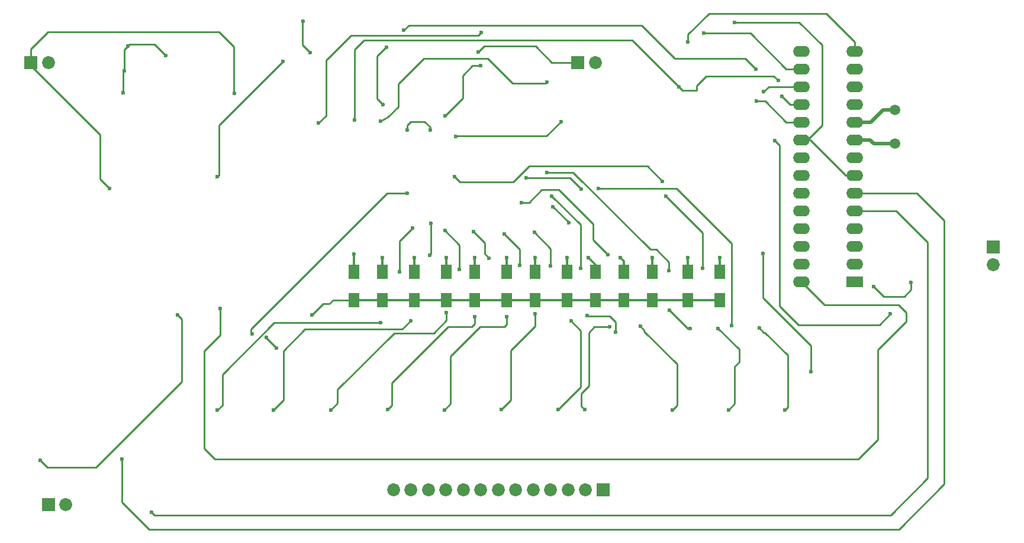
<source format=gbr>
G04 #@! TF.FileFunction,Copper,L2,Bot,Signal*
%FSLAX46Y46*%
G04 Gerber Fmt 4.6, Leading zero omitted, Abs format (unit mm)*
G04 Created by KiCad (PCBNEW 4.0.6) date 09/22/17 22:57:48*
%MOMM*%
%LPD*%
G01*
G04 APERTURE LIST*
%ADD10C,0.100000*%
%ADD11R,1.600000X2.000000*%
%ADD12R,1.850000X1.850000*%
%ADD13C,1.850000*%
%ADD14R,2.400000X1.600000*%
%ADD15O,2.400000X1.600000*%
%ADD16C,1.500000*%
%ADD17C,0.600000*%
%ADD18C,0.250000*%
%ADD19C,0.300000*%
%ADD20C,0.500000*%
G04 APERTURE END LIST*
D10*
D11*
X176301400Y-94012000D03*
X176301400Y-98012000D03*
X123977400Y-94012000D03*
X123977400Y-98012000D03*
X128041400Y-94012000D03*
X128041400Y-98012000D03*
X132613400Y-94012000D03*
X132613400Y-98012000D03*
X137185400Y-94012000D03*
X137185400Y-98012000D03*
X141249400Y-94012000D03*
X141249400Y-98012000D03*
X145821400Y-94012000D03*
X145821400Y-98012000D03*
X149885400Y-94012000D03*
X149885400Y-98012000D03*
X154457400Y-94012000D03*
X154457400Y-98012000D03*
X158521400Y-94012000D03*
X158521400Y-98012000D03*
X162585400Y-94012000D03*
X162585400Y-98012000D03*
X166649400Y-94012000D03*
X166649400Y-98012000D03*
X171729400Y-94012000D03*
X171729400Y-98012000D03*
D12*
X155956000Y-64008000D03*
D13*
X158456000Y-64008000D03*
D14*
X195580000Y-95377000D03*
D15*
X187960000Y-62357000D03*
X195580000Y-92837000D03*
X187960000Y-64897000D03*
X195580000Y-90297000D03*
X187960000Y-67437000D03*
X195580000Y-87757000D03*
X187960000Y-69977000D03*
X195580000Y-85217000D03*
X187960000Y-72517000D03*
X195580000Y-82677000D03*
X187960000Y-75057000D03*
X195580000Y-80137000D03*
X187960000Y-77597000D03*
X195580000Y-77597000D03*
X187960000Y-80137000D03*
X195580000Y-75057000D03*
X187960000Y-82677000D03*
X195580000Y-72517000D03*
X187960000Y-85217000D03*
X195580000Y-69977000D03*
X187960000Y-87757000D03*
X195580000Y-67437000D03*
X187960000Y-90297000D03*
X195580000Y-64897000D03*
X187960000Y-92837000D03*
X195580000Y-62357000D03*
X187960000Y-95377000D03*
D16*
X201295000Y-70739000D03*
X201295000Y-75619000D03*
D12*
X159575500Y-125260100D03*
D13*
X157075500Y-125260100D03*
X154575500Y-125260100D03*
X152075500Y-125260100D03*
X149575500Y-125260100D03*
X147075500Y-125260100D03*
X144575500Y-125260100D03*
X142075500Y-125260100D03*
X139575500Y-125260100D03*
X137075500Y-125260100D03*
X134575500Y-125260100D03*
X132075500Y-125260100D03*
X129575500Y-125260100D03*
D12*
X215392000Y-90424000D03*
D13*
X215392000Y-92924000D03*
D12*
X80238600Y-127355600D03*
D13*
X82738600Y-127355600D03*
D12*
X77724000Y-64008000D03*
D13*
X80224000Y-64008000D03*
D17*
X88963500Y-82029300D03*
X106870500Y-68427600D03*
X91567000Y-61595000D03*
X97028000Y-62992000D03*
X90932000Y-68326000D03*
X91059000Y-65151000D03*
X117896640Y-100197920D03*
X153537920Y-72440800D03*
X138485880Y-74582020D03*
X117683280Y-62557660D03*
X116662200Y-58064400D03*
X178384200Y-58216800D03*
X200665080Y-99997260D03*
X184180480Y-75158600D03*
X104401620Y-80352900D03*
X113766600Y-63817500D03*
X142097760Y-64465200D03*
X136977120Y-71610220D03*
X134828280Y-73632060D03*
X131566920Y-73624440D03*
X176301400Y-91948000D03*
X123977400Y-91440000D03*
X128041400Y-91948000D03*
X132613400Y-91948000D03*
X137185400Y-91948000D03*
X141249400Y-91948000D03*
X145821400Y-91948000D03*
X149885400Y-91948000D03*
X154457400Y-91948000D03*
X154655520Y-86913720D03*
X152420320Y-84650580D03*
X157505400Y-91948000D03*
X162077400Y-91948000D03*
X166649400Y-91948000D03*
X171729400Y-91948000D03*
X104775000Y-99187000D03*
X127764540Y-101269800D03*
X104394000Y-113812320D03*
X132044440Y-100972620D03*
X112448340Y-113786920D03*
X137167620Y-99844860D03*
X120624600Y-113758980D03*
X141244320Y-100408740D03*
X128770380Y-113741200D03*
X145823940Y-100393500D03*
X136900920Y-113751360D03*
X149870160Y-100002340D03*
X145031460Y-113743740D03*
X155003500Y-101018340D03*
X153128980Y-113741200D03*
X160522920Y-101887020D03*
X156923740Y-113718340D03*
X164881560Y-101777800D03*
X169484040Y-113766600D03*
X176042320Y-102113080D03*
X177500280Y-113751360D03*
X181922420Y-102011480D03*
X185600340Y-113753900D03*
X173812200Y-93459300D03*
X168562020Y-83121500D03*
X182460900Y-91363800D03*
X189318900Y-108280200D03*
X141747240Y-62484000D03*
X131551680Y-82707480D03*
X109347000Y-102854760D03*
X111450120Y-103372920D03*
X112875060Y-104889300D03*
X130484880Y-93985080D03*
X132359400Y-87744300D03*
X134988300Y-87005160D03*
X134762240Y-91643200D03*
X139049760Y-93614240D03*
X136954260Y-88046560D03*
X143283940Y-92057220D03*
X141046200Y-88224360D03*
X147665440Y-93045280D03*
X145458180Y-88549480D03*
X152057100Y-93116400D03*
X149733000Y-88346280D03*
X161338260Y-102572820D03*
X157266640Y-100230940D03*
X156352240Y-93431360D03*
X152217120Y-83108800D03*
X147927060Y-84079080D03*
X160223200Y-91541600D03*
X172029120Y-102123240D03*
X169042080Y-99486720D03*
X169009060Y-93822520D03*
X151500840Y-79750920D03*
X148605240Y-80482440D03*
X156438600Y-82090260D03*
X158912560Y-82044540D03*
X177982880Y-101701600D03*
X138295380Y-80307180D03*
X168087040Y-80998060D03*
X90779600Y-120802400D03*
X95021400Y-128447800D03*
X181416960Y-64942720D03*
X131066540Y-59344560D03*
X128579880Y-61775340D03*
X128049020Y-70045580D03*
X181493160Y-69524880D03*
X170418760Y-67487800D03*
X184607200Y-66527680D03*
X185176160Y-68803520D03*
X124033280Y-72217280D03*
X118902480Y-72664320D03*
X142166340Y-59723020D03*
X173964600Y-59740800D03*
X171716700Y-61036200D03*
X203649580Y-95470980D03*
X198285100Y-96085660D03*
X127716280Y-72374760D03*
X151523700Y-66827400D03*
X182559960Y-68181220D03*
X98729800Y-100177600D03*
X79070200Y-120954800D03*
D18*
X87630000Y-74358500D02*
X77724000Y-64452500D01*
X87630000Y-80695800D02*
X87630000Y-74358500D01*
X88963500Y-82029300D02*
X87630000Y-80695800D01*
X77724000Y-64452500D02*
X77724000Y-64008000D01*
X77724000Y-62059820D02*
X77724000Y-64008000D01*
X80159860Y-59623960D02*
X77724000Y-62059820D01*
X104620060Y-59623960D02*
X80159860Y-59623960D01*
X106718100Y-61722000D02*
X104620060Y-59623960D01*
X106718100Y-68275200D02*
X106718100Y-61722000D01*
X106870500Y-68427600D02*
X106718100Y-68275200D01*
X91059000Y-62103000D02*
X91059000Y-65151000D01*
X91821000Y-61341000D02*
X91567000Y-61595000D01*
X91567000Y-61595000D02*
X91059000Y-62103000D01*
X95377000Y-61341000D02*
X91821000Y-61341000D01*
X97028000Y-62992000D02*
X95377000Y-61341000D01*
X90932000Y-65278000D02*
X90932000Y-68326000D01*
X91059000Y-65151000D02*
X90932000Y-65278000D01*
X171729400Y-98012000D02*
X176301400Y-98012000D01*
X166649400Y-98012000D02*
X171729400Y-98012000D01*
X162585400Y-98012000D02*
X166649400Y-98012000D01*
X158521400Y-98012000D02*
X162585400Y-98012000D01*
X154457400Y-98012000D02*
X158521400Y-98012000D01*
X149885400Y-98012000D02*
X154457400Y-98012000D01*
X145821400Y-98012000D02*
X149885400Y-98012000D01*
X141249400Y-98012000D02*
X145821400Y-98012000D01*
X137185400Y-98012000D02*
X141249400Y-98012000D01*
X132613400Y-98012000D02*
X137185400Y-98012000D01*
X128041400Y-98012000D02*
X132613400Y-98012000D01*
X123977400Y-98012000D02*
X128041400Y-98012000D01*
X123977400Y-98012000D02*
X120956320Y-98012000D01*
X119542560Y-98552000D02*
X117896640Y-100197920D01*
X120416320Y-98552000D02*
X119542560Y-98552000D01*
X120956320Y-98012000D02*
X120416320Y-98552000D01*
X151490680Y-74488040D02*
X153537920Y-72440800D01*
X138579860Y-74488040D02*
X151490680Y-74488040D01*
X138485880Y-74582020D02*
X138579860Y-74488040D01*
D19*
X176301400Y-98012000D02*
X123977400Y-98012000D01*
D18*
X187960000Y-75057000D02*
X188785500Y-75057000D01*
X188785500Y-75057000D02*
X190881000Y-72961500D01*
X116586000Y-61460380D02*
X117683280Y-62557660D01*
X116586000Y-58140600D02*
X116586000Y-61460380D01*
X116662200Y-58064400D02*
X116586000Y-58140600D01*
X187604400Y-58216800D02*
X178384200Y-58216800D01*
X190881000Y-61493400D02*
X187604400Y-58216800D01*
X190881000Y-72961500D02*
X190881000Y-61493400D01*
X187960000Y-75057000D02*
X189179200Y-75057000D01*
X194259200Y-80137000D02*
X195580000Y-80137000D01*
X189179200Y-75057000D02*
X194259200Y-80137000D01*
X199100440Y-101561900D02*
X200665080Y-99997260D01*
X187505340Y-101561900D02*
X199100440Y-101561900D01*
X184851040Y-98907600D02*
X187505340Y-101561900D01*
X184851040Y-75829160D02*
X184851040Y-98907600D01*
X184180480Y-75158600D02*
X184851040Y-75829160D01*
X104597200Y-80157320D02*
X104401620Y-80352900D01*
X104597200Y-72986900D02*
X104597200Y-80157320D01*
X113766600Y-63817500D02*
X104597200Y-72986900D01*
X140888720Y-64465200D02*
X142097760Y-64465200D01*
X139514580Y-65839340D02*
X140888720Y-64465200D01*
X139514580Y-69072760D02*
X139514580Y-65839340D01*
X136977120Y-71610220D02*
X139514580Y-69072760D01*
X134828280Y-73243440D02*
X134828280Y-73632060D01*
X134020560Y-72435720D02*
X134828280Y-73243440D01*
X132100320Y-72435720D02*
X134020560Y-72435720D01*
X131566920Y-72969120D02*
X132100320Y-72435720D01*
X131566920Y-73624440D02*
X131566920Y-72969120D01*
D19*
X176301400Y-94012000D02*
X176301400Y-91948000D01*
X123977400Y-94012000D02*
X123977400Y-91440000D01*
X128041400Y-94012000D02*
X128041400Y-91948000D01*
X132613400Y-94012000D02*
X132613400Y-91948000D01*
X137185400Y-94012000D02*
X137185400Y-91948000D01*
X141249400Y-94012000D02*
X141249400Y-91948000D01*
X145821400Y-94012000D02*
X145821400Y-91948000D01*
X149885400Y-94012000D02*
X149885400Y-91948000D01*
X154457400Y-94012000D02*
X154457400Y-91948000D01*
D18*
X154655520Y-86885780D02*
X154655520Y-86913720D01*
X152420320Y-84650580D02*
X154655520Y-86885780D01*
D19*
X158521400Y-94012000D02*
X158521400Y-92964000D01*
X158521400Y-92964000D02*
X157505400Y-91948000D01*
X162585400Y-94012000D02*
X162585400Y-92456000D01*
X162585400Y-92456000D02*
X162077400Y-91948000D01*
X166649400Y-94012000D02*
X166649400Y-91948000D01*
X171729400Y-94012000D02*
X171729400Y-91948000D01*
D20*
X201295000Y-75619000D02*
X198301000Y-75619000D01*
X197739000Y-75057000D02*
X195580000Y-75057000D01*
X198301000Y-75619000D02*
X197739000Y-75057000D01*
X201295000Y-70739000D02*
X199644000Y-70739000D01*
X197866000Y-72517000D02*
X195580000Y-72517000D01*
X199644000Y-70739000D02*
X197866000Y-72517000D01*
D18*
X191262000Y-98679000D02*
X187960000Y-95377000D01*
X201803000Y-98679000D02*
X191262000Y-98679000D01*
X202946000Y-99822000D02*
X201803000Y-98679000D01*
X202946000Y-101092000D02*
X202946000Y-99822000D01*
X198882000Y-105156000D02*
X202946000Y-101092000D01*
X198882000Y-117983000D02*
X198882000Y-105156000D01*
X196088000Y-120777000D02*
X198882000Y-117983000D01*
X104013000Y-120777000D02*
X196088000Y-120777000D01*
X102489000Y-119253000D02*
X104013000Y-120777000D01*
X102489000Y-105283000D02*
X102489000Y-119253000D01*
X104775000Y-102997000D02*
X102489000Y-105283000D01*
X104775000Y-99187000D02*
X104775000Y-102997000D01*
X112547400Y-101269800D02*
X127764540Y-101269800D01*
X105110280Y-108706920D02*
X112547400Y-101269800D01*
X105110280Y-113096040D02*
X105110280Y-108706920D01*
X104394000Y-113812320D02*
X105110280Y-113096040D01*
X130807460Y-102209600D02*
X132044440Y-100972620D01*
X116941600Y-102209600D02*
X130807460Y-102209600D01*
X113842800Y-105308400D02*
X116941600Y-102209600D01*
X113842800Y-112392460D02*
X113842800Y-105308400D01*
X112448340Y-113786920D02*
X113842800Y-112392460D01*
X137167620Y-100934520D02*
X137167620Y-99844860D01*
X135343900Y-102758240D02*
X137167620Y-100934520D01*
X129661920Y-102758240D02*
X135343900Y-102758240D01*
X121594880Y-110825280D02*
X129661920Y-102758240D01*
X121594880Y-112788700D02*
X121594880Y-110825280D01*
X120624600Y-113758980D02*
X121594880Y-112788700D01*
X141244320Y-101391720D02*
X141244320Y-100408740D01*
X140756640Y-101879400D02*
X141244320Y-101391720D01*
X137426700Y-101879400D02*
X140756640Y-101879400D01*
X129377440Y-109928660D02*
X137426700Y-101879400D01*
X129377440Y-113134140D02*
X129377440Y-109928660D01*
X128770380Y-113741200D02*
X129377440Y-113134140D01*
X145823940Y-101475540D02*
X145823940Y-100393500D01*
X145455640Y-101843840D02*
X145823940Y-101475540D01*
X141996160Y-101843840D02*
X145455640Y-101843840D01*
X137769600Y-106070400D02*
X141996160Y-101843840D01*
X137769600Y-112882680D02*
X137769600Y-106070400D01*
X136900920Y-113751360D02*
X137769600Y-112882680D01*
X149870160Y-101772720D02*
X149870160Y-100002340D01*
X146405600Y-105237280D02*
X149870160Y-101772720D01*
X146405600Y-112369600D02*
X146405600Y-105237280D01*
X145031460Y-113743740D02*
X146405600Y-112369600D01*
X156392880Y-102407720D02*
X155003500Y-101018340D01*
X156392880Y-110477300D02*
X156392880Y-102407720D01*
X153128980Y-113741200D02*
X156392880Y-110477300D01*
X158343600Y-101887020D02*
X160522920Y-101887020D01*
X157553660Y-102676960D02*
X158343600Y-101887020D01*
X157553660Y-110324900D02*
X157553660Y-102676960D01*
X156466540Y-111412020D02*
X157553660Y-110324900D01*
X156466540Y-113261140D02*
X156466540Y-111412020D01*
X156923740Y-113718340D02*
X156466540Y-113261140D01*
X165437820Y-102334060D02*
X164881560Y-101777800D01*
X165437820Y-102489000D02*
X165437820Y-102334060D01*
X170154600Y-107205780D02*
X165437820Y-102489000D01*
X170154600Y-113096040D02*
X170154600Y-107205780D01*
X169484040Y-113766600D02*
X170154600Y-113096040D01*
X179019200Y-105089960D02*
X176042320Y-102113080D01*
X179019200Y-106890820D02*
X179019200Y-105089960D01*
X178368960Y-107541060D02*
X179019200Y-106890820D01*
X178368960Y-112882680D02*
X178368960Y-107541060D01*
X177500280Y-113751360D02*
X178368960Y-112882680D01*
X182567580Y-102656640D02*
X181922420Y-102011480D01*
X182722520Y-102656640D02*
X182567580Y-102656640D01*
X186019440Y-105953560D02*
X182722520Y-102656640D01*
X186019440Y-113334800D02*
X186019440Y-105953560D01*
X185600340Y-113753900D02*
X186019440Y-113334800D01*
X173812200Y-88371680D02*
X173812200Y-93459300D01*
X168562020Y-83121500D02*
X173812200Y-88371680D01*
X182460900Y-97688400D02*
X182460900Y-91363800D01*
X189318900Y-104546400D02*
X182460900Y-97688400D01*
X189318900Y-108280200D02*
X189318900Y-104546400D01*
X152257760Y-64008000D02*
X155956000Y-64008000D01*
X149900640Y-61650880D02*
X152257760Y-64008000D01*
X142580360Y-61650880D02*
X149900640Y-61650880D01*
X141747240Y-62484000D02*
X142580360Y-61650880D01*
X131536440Y-82692240D02*
X131551680Y-82707480D01*
X128645920Y-82692240D02*
X131536440Y-82692240D01*
X109179360Y-102158800D02*
X128645920Y-82692240D01*
X109179360Y-102687120D02*
X109179360Y-102158800D01*
X109347000Y-102854760D02*
X109179360Y-102687120D01*
X111450120Y-103464360D02*
X111450120Y-103372920D01*
X112875060Y-104889300D02*
X111450120Y-103464360D01*
X130492500Y-93977460D02*
X130484880Y-93985080D01*
X130492500Y-89611200D02*
X130492500Y-93977460D01*
X132359400Y-87744300D02*
X130492500Y-89611200D01*
X134988300Y-91417140D02*
X134988300Y-87005160D01*
X134762240Y-91643200D02*
X134988300Y-91417140D01*
X139049760Y-90142060D02*
X139049760Y-93614240D01*
X136954260Y-88046560D02*
X139049760Y-90142060D01*
X142621000Y-91394280D02*
X143283940Y-92057220D01*
X142621000Y-89799160D02*
X142621000Y-91394280D01*
X141046200Y-88224360D02*
X142621000Y-89799160D01*
X147665440Y-90756740D02*
X147665440Y-93045280D01*
X145458180Y-88549480D02*
X147665440Y-90756740D01*
X152057100Y-90670380D02*
X152057100Y-93116400D01*
X149733000Y-88346280D02*
X152057100Y-90670380D01*
X161338260Y-101140260D02*
X161338260Y-102572820D01*
X160507680Y-100309680D02*
X161338260Y-101140260D01*
X157345380Y-100309680D02*
X160507680Y-100309680D01*
X157266640Y-100230940D02*
X157345380Y-100309680D01*
X156352240Y-87243920D02*
X156352240Y-93431360D01*
X152217120Y-83108800D02*
X156352240Y-87243920D01*
X148968460Y-84079080D02*
X147927060Y-84079080D01*
X150820120Y-82227420D02*
X148968460Y-84079080D01*
X153250900Y-82227420D02*
X150820120Y-82227420D01*
X158112460Y-87088980D02*
X153250900Y-82227420D01*
X158112460Y-89430860D02*
X158112460Y-87088980D01*
X160223200Y-91541600D02*
X158112460Y-89430860D01*
X171678600Y-102123240D02*
X172029120Y-102123240D01*
X169042080Y-99486720D02*
X171678600Y-102123240D01*
X169009060Y-92593160D02*
X169009060Y-93822520D01*
X167192960Y-90777060D02*
X169009060Y-92593160D01*
X166354760Y-90777060D02*
X167192960Y-90777060D01*
X155298140Y-79720440D02*
X166354760Y-90777060D01*
X151531320Y-79720440D02*
X155298140Y-79720440D01*
X151500840Y-79750920D02*
X151531320Y-79720440D01*
X154830780Y-80482440D02*
X148605240Y-80482440D01*
X156438600Y-82090260D02*
X154830780Y-80482440D01*
X158935420Y-82067400D02*
X158912560Y-82044540D01*
X170116500Y-82067400D02*
X158935420Y-82067400D01*
X177962560Y-89913460D02*
X170116500Y-82067400D01*
X177962560Y-101681280D02*
X177962560Y-89913460D01*
X177982880Y-101701600D02*
X177962560Y-101681280D01*
X139080240Y-81092040D02*
X138295380Y-80307180D01*
X146276060Y-81092040D02*
X139080240Y-81092040D01*
X146281140Y-81097120D02*
X146276060Y-81092040D01*
X146748500Y-81097120D02*
X146281140Y-81097120D01*
X148998940Y-78846680D02*
X146748500Y-81097120D01*
X165935660Y-78846680D02*
X148998940Y-78846680D01*
X168087040Y-80998060D02*
X165935660Y-78846680D01*
X195580000Y-82677000D02*
X204444600Y-82677000D01*
X90779600Y-127025400D02*
X90779600Y-120802400D01*
X94615000Y-130860800D02*
X90779600Y-127025400D01*
X201904600Y-130860800D02*
X94615000Y-130860800D01*
X208381600Y-124383800D02*
X201904600Y-130860800D01*
X208381600Y-86614000D02*
X208381600Y-124383800D01*
X204444600Y-82677000D02*
X208381600Y-86614000D01*
X201472800Y-85217000D02*
X195580000Y-85217000D01*
X206019400Y-89763600D02*
X201472800Y-85217000D01*
X206019400Y-123545600D02*
X206019400Y-89763600D01*
X200710800Y-128854200D02*
X206019400Y-123545600D01*
X95427800Y-128854200D02*
X200710800Y-128854200D01*
X95021400Y-128447800D02*
X95427800Y-128854200D01*
X179872640Y-63398400D02*
X181416960Y-64942720D01*
X169849800Y-63398400D02*
X179872640Y-63398400D01*
X165087300Y-58635900D02*
X169849800Y-63398400D01*
X131775200Y-58635900D02*
X165087300Y-58635900D01*
X131066540Y-59344560D02*
X131775200Y-58635900D01*
X128496060Y-61775340D02*
X128579880Y-61775340D01*
X127210820Y-63060580D02*
X128496060Y-61775340D01*
X127210820Y-69207380D02*
X127210820Y-63060580D01*
X128049020Y-70045580D02*
X127210820Y-69207380D01*
X187960000Y-72517000D02*
X185750200Y-72517000D01*
X185750200Y-72517000D02*
X182758080Y-69524880D01*
X182758080Y-69524880D02*
X181493160Y-69524880D01*
X187960000Y-69977000D02*
X186349640Y-69977000D01*
X172943520Y-67330320D02*
X172943520Y-67970400D01*
X174355760Y-65918080D02*
X172943520Y-67330320D01*
X183997600Y-65918080D02*
X174355760Y-65918080D01*
X184607200Y-66527680D02*
X183997600Y-65918080D01*
X186349640Y-69977000D02*
X185176160Y-68803520D01*
X172943520Y-67970400D02*
X170901360Y-67970400D01*
X163728400Y-60797440D02*
X170418760Y-67487800D01*
X170418760Y-67487800D02*
X170901360Y-67970400D01*
X125397260Y-60797440D02*
X163728400Y-60797440D01*
X124012960Y-62181740D02*
X125397260Y-60797440D01*
X124012960Y-72196960D02*
X124012960Y-62181740D01*
X124012960Y-72196960D02*
X124033280Y-72217280D01*
X187960000Y-64897000D02*
X185788300Y-64897000D01*
X119948960Y-71617840D02*
X118902480Y-72664320D01*
X119948960Y-63693040D02*
X119948960Y-71617840D01*
X123504960Y-60137040D02*
X119948960Y-63693040D01*
X141752320Y-60137040D02*
X123504960Y-60137040D01*
X142166340Y-59723020D02*
X141752320Y-60137040D01*
X180632100Y-59740800D02*
X173964600Y-59740800D01*
X185788300Y-64897000D02*
X180632100Y-59740800D01*
X195580000Y-62357000D02*
X195580000Y-61020960D01*
X171716700Y-59969400D02*
X171716700Y-61036200D01*
X174726600Y-56959500D02*
X171716700Y-59969400D01*
X191518540Y-56959500D02*
X174726600Y-56959500D01*
X195580000Y-61020960D02*
X191518540Y-56959500D01*
X203649580Y-96532700D02*
X203649580Y-95470980D01*
X202671680Y-97510600D02*
X203649580Y-96532700D01*
X199710040Y-97510600D02*
X202671680Y-97510600D01*
X198285100Y-96085660D02*
X199710040Y-97510600D01*
X128808480Y-71826120D02*
X127716280Y-72374760D01*
X130291840Y-70342760D02*
X128808480Y-71826120D01*
X130291840Y-67076320D02*
X130291840Y-70342760D01*
X133929120Y-63439040D02*
X130291840Y-67076320D01*
X143113760Y-63439040D02*
X133929120Y-63439040D01*
X146616420Y-66941700D02*
X143113760Y-63439040D01*
X151409400Y-66941700D02*
X146616420Y-66941700D01*
X151523700Y-66827400D02*
X151409400Y-66941700D01*
X183304180Y-67437000D02*
X187960000Y-67437000D01*
X182559960Y-68181220D02*
X183304180Y-67437000D01*
X99263200Y-100711000D02*
X98729800Y-100177600D01*
X99263200Y-109753400D02*
X99263200Y-100711000D01*
X87045800Y-121970800D02*
X99263200Y-109753400D01*
X80086200Y-121970800D02*
X87045800Y-121970800D01*
X79070200Y-120954800D02*
X80086200Y-121970800D01*
M02*

</source>
